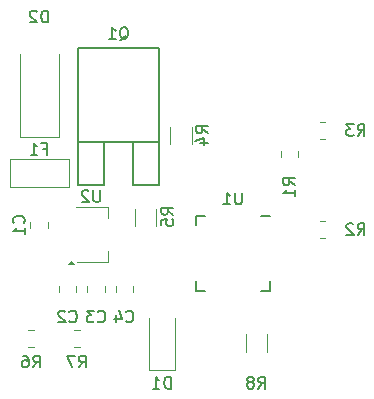
<source format=gbr>
%TF.GenerationSoftware,KiCad,Pcbnew,9.0.4-unknown*%
%TF.CreationDate,2025-11-20T15:33:37+01:00*%
%TF.ProjectId,KlimatizaceSamsung,4b6c696d-6174-4697-9a61-636553616d73,rev?*%
%TF.SameCoordinates,Original*%
%TF.FileFunction,Legend,Bot*%
%TF.FilePolarity,Positive*%
%FSLAX46Y46*%
G04 Gerber Fmt 4.6, Leading zero omitted, Abs format (unit mm)*
G04 Created by KiCad (PCBNEW 9.0.4-unknown) date 2025-11-20 15:33:37*
%MOMM*%
%LPD*%
G01*
G04 APERTURE LIST*
%ADD10C,0.150000*%
%ADD11C,0.120000*%
%ADD12C,0.200000*%
G04 APERTURE END LIST*
D10*
X116366666Y-74054819D02*
X116699999Y-73578628D01*
X116938094Y-74054819D02*
X116938094Y-73054819D01*
X116938094Y-73054819D02*
X116557142Y-73054819D01*
X116557142Y-73054819D02*
X116461904Y-73102438D01*
X116461904Y-73102438D02*
X116414285Y-73150057D01*
X116414285Y-73150057D02*
X116366666Y-73245295D01*
X116366666Y-73245295D02*
X116366666Y-73388152D01*
X116366666Y-73388152D02*
X116414285Y-73483390D01*
X116414285Y-73483390D02*
X116461904Y-73531009D01*
X116461904Y-73531009D02*
X116557142Y-73578628D01*
X116557142Y-73578628D02*
X116938094Y-73578628D01*
X116033332Y-73054819D02*
X115366666Y-73054819D01*
X115366666Y-73054819D02*
X115795237Y-74054819D01*
X118161904Y-59054819D02*
X118161904Y-59864342D01*
X118161904Y-59864342D02*
X118114285Y-59959580D01*
X118114285Y-59959580D02*
X118066666Y-60007200D01*
X118066666Y-60007200D02*
X117971428Y-60054819D01*
X117971428Y-60054819D02*
X117780952Y-60054819D01*
X117780952Y-60054819D02*
X117685714Y-60007200D01*
X117685714Y-60007200D02*
X117638095Y-59959580D01*
X117638095Y-59959580D02*
X117590476Y-59864342D01*
X117590476Y-59864342D02*
X117590476Y-59054819D01*
X117161904Y-59150057D02*
X117114285Y-59102438D01*
X117114285Y-59102438D02*
X117019047Y-59054819D01*
X117019047Y-59054819D02*
X116780952Y-59054819D01*
X116780952Y-59054819D02*
X116685714Y-59102438D01*
X116685714Y-59102438D02*
X116638095Y-59150057D01*
X116638095Y-59150057D02*
X116590476Y-59245295D01*
X116590476Y-59245295D02*
X116590476Y-59340533D01*
X116590476Y-59340533D02*
X116638095Y-59483390D01*
X116638095Y-59483390D02*
X117209523Y-60054819D01*
X117209523Y-60054819D02*
X116590476Y-60054819D01*
X131566666Y-75854819D02*
X131899999Y-75378628D01*
X132138094Y-75854819D02*
X132138094Y-74854819D01*
X132138094Y-74854819D02*
X131757142Y-74854819D01*
X131757142Y-74854819D02*
X131661904Y-74902438D01*
X131661904Y-74902438D02*
X131614285Y-74950057D01*
X131614285Y-74950057D02*
X131566666Y-75045295D01*
X131566666Y-75045295D02*
X131566666Y-75188152D01*
X131566666Y-75188152D02*
X131614285Y-75283390D01*
X131614285Y-75283390D02*
X131661904Y-75331009D01*
X131661904Y-75331009D02*
X131757142Y-75378628D01*
X131757142Y-75378628D02*
X132138094Y-75378628D01*
X130995237Y-75283390D02*
X131090475Y-75235771D01*
X131090475Y-75235771D02*
X131138094Y-75188152D01*
X131138094Y-75188152D02*
X131185713Y-75092914D01*
X131185713Y-75092914D02*
X131185713Y-75045295D01*
X131185713Y-75045295D02*
X131138094Y-74950057D01*
X131138094Y-74950057D02*
X131090475Y-74902438D01*
X131090475Y-74902438D02*
X130995237Y-74854819D01*
X130995237Y-74854819D02*
X130804761Y-74854819D01*
X130804761Y-74854819D02*
X130709523Y-74902438D01*
X130709523Y-74902438D02*
X130661904Y-74950057D01*
X130661904Y-74950057D02*
X130614285Y-75045295D01*
X130614285Y-75045295D02*
X130614285Y-75092914D01*
X130614285Y-75092914D02*
X130661904Y-75188152D01*
X130661904Y-75188152D02*
X130709523Y-75235771D01*
X130709523Y-75235771D02*
X130804761Y-75283390D01*
X130804761Y-75283390D02*
X130995237Y-75283390D01*
X130995237Y-75283390D02*
X131090475Y-75331009D01*
X131090475Y-75331009D02*
X131138094Y-75378628D01*
X131138094Y-75378628D02*
X131185713Y-75473866D01*
X131185713Y-75473866D02*
X131185713Y-75664342D01*
X131185713Y-75664342D02*
X131138094Y-75759580D01*
X131138094Y-75759580D02*
X131090475Y-75807200D01*
X131090475Y-75807200D02*
X130995237Y-75854819D01*
X130995237Y-75854819D02*
X130804761Y-75854819D01*
X130804761Y-75854819D02*
X130709523Y-75807200D01*
X130709523Y-75807200D02*
X130661904Y-75759580D01*
X130661904Y-75759580D02*
X130614285Y-75664342D01*
X130614285Y-75664342D02*
X130614285Y-75473866D01*
X130614285Y-75473866D02*
X130661904Y-75378628D01*
X130661904Y-75378628D02*
X130709523Y-75331009D01*
X130709523Y-75331009D02*
X130804761Y-75283390D01*
X115566666Y-70159580D02*
X115614285Y-70207200D01*
X115614285Y-70207200D02*
X115757142Y-70254819D01*
X115757142Y-70254819D02*
X115852380Y-70254819D01*
X115852380Y-70254819D02*
X115995237Y-70207200D01*
X115995237Y-70207200D02*
X116090475Y-70111961D01*
X116090475Y-70111961D02*
X116138094Y-70016723D01*
X116138094Y-70016723D02*
X116185713Y-69826247D01*
X116185713Y-69826247D02*
X116185713Y-69683390D01*
X116185713Y-69683390D02*
X116138094Y-69492914D01*
X116138094Y-69492914D02*
X116090475Y-69397676D01*
X116090475Y-69397676D02*
X115995237Y-69302438D01*
X115995237Y-69302438D02*
X115852380Y-69254819D01*
X115852380Y-69254819D02*
X115757142Y-69254819D01*
X115757142Y-69254819D02*
X115614285Y-69302438D01*
X115614285Y-69302438D02*
X115566666Y-69350057D01*
X115185713Y-69350057D02*
X115138094Y-69302438D01*
X115138094Y-69302438D02*
X115042856Y-69254819D01*
X115042856Y-69254819D02*
X114804761Y-69254819D01*
X114804761Y-69254819D02*
X114709523Y-69302438D01*
X114709523Y-69302438D02*
X114661904Y-69350057D01*
X114661904Y-69350057D02*
X114614285Y-69445295D01*
X114614285Y-69445295D02*
X114614285Y-69540533D01*
X114614285Y-69540533D02*
X114661904Y-69683390D01*
X114661904Y-69683390D02*
X115233332Y-70254819D01*
X115233332Y-70254819D02*
X114614285Y-70254819D01*
X113738094Y-44854819D02*
X113738094Y-43854819D01*
X113738094Y-43854819D02*
X113499999Y-43854819D01*
X113499999Y-43854819D02*
X113357142Y-43902438D01*
X113357142Y-43902438D02*
X113261904Y-43997676D01*
X113261904Y-43997676D02*
X113214285Y-44092914D01*
X113214285Y-44092914D02*
X113166666Y-44283390D01*
X113166666Y-44283390D02*
X113166666Y-44426247D01*
X113166666Y-44426247D02*
X113214285Y-44616723D01*
X113214285Y-44616723D02*
X113261904Y-44711961D01*
X113261904Y-44711961D02*
X113357142Y-44807200D01*
X113357142Y-44807200D02*
X113499999Y-44854819D01*
X113499999Y-44854819D02*
X113738094Y-44854819D01*
X112785713Y-43950057D02*
X112738094Y-43902438D01*
X112738094Y-43902438D02*
X112642856Y-43854819D01*
X112642856Y-43854819D02*
X112404761Y-43854819D01*
X112404761Y-43854819D02*
X112309523Y-43902438D01*
X112309523Y-43902438D02*
X112261904Y-43950057D01*
X112261904Y-43950057D02*
X112214285Y-44045295D01*
X112214285Y-44045295D02*
X112214285Y-44140533D01*
X112214285Y-44140533D02*
X112261904Y-44283390D01*
X112261904Y-44283390D02*
X112833332Y-44854819D01*
X112833332Y-44854819D02*
X112214285Y-44854819D01*
X139966666Y-62854819D02*
X140299999Y-62378628D01*
X140538094Y-62854819D02*
X140538094Y-61854819D01*
X140538094Y-61854819D02*
X140157142Y-61854819D01*
X140157142Y-61854819D02*
X140061904Y-61902438D01*
X140061904Y-61902438D02*
X140014285Y-61950057D01*
X140014285Y-61950057D02*
X139966666Y-62045295D01*
X139966666Y-62045295D02*
X139966666Y-62188152D01*
X139966666Y-62188152D02*
X140014285Y-62283390D01*
X140014285Y-62283390D02*
X140061904Y-62331009D01*
X140061904Y-62331009D02*
X140157142Y-62378628D01*
X140157142Y-62378628D02*
X140538094Y-62378628D01*
X139585713Y-61950057D02*
X139538094Y-61902438D01*
X139538094Y-61902438D02*
X139442856Y-61854819D01*
X139442856Y-61854819D02*
X139204761Y-61854819D01*
X139204761Y-61854819D02*
X139109523Y-61902438D01*
X139109523Y-61902438D02*
X139061904Y-61950057D01*
X139061904Y-61950057D02*
X139014285Y-62045295D01*
X139014285Y-62045295D02*
X139014285Y-62140533D01*
X139014285Y-62140533D02*
X139061904Y-62283390D01*
X139061904Y-62283390D02*
X139633332Y-62854819D01*
X139633332Y-62854819D02*
X139014285Y-62854819D01*
X113333333Y-55531009D02*
X113666666Y-55531009D01*
X113666666Y-56054819D02*
X113666666Y-55054819D01*
X113666666Y-55054819D02*
X113190476Y-55054819D01*
X112285714Y-56054819D02*
X112857142Y-56054819D01*
X112571428Y-56054819D02*
X112571428Y-55054819D01*
X112571428Y-55054819D02*
X112666666Y-55197676D01*
X112666666Y-55197676D02*
X112761904Y-55292914D01*
X112761904Y-55292914D02*
X112857142Y-55340533D01*
X117966666Y-70159580D02*
X118014285Y-70207200D01*
X118014285Y-70207200D02*
X118157142Y-70254819D01*
X118157142Y-70254819D02*
X118252380Y-70254819D01*
X118252380Y-70254819D02*
X118395237Y-70207200D01*
X118395237Y-70207200D02*
X118490475Y-70111961D01*
X118490475Y-70111961D02*
X118538094Y-70016723D01*
X118538094Y-70016723D02*
X118585713Y-69826247D01*
X118585713Y-69826247D02*
X118585713Y-69683390D01*
X118585713Y-69683390D02*
X118538094Y-69492914D01*
X118538094Y-69492914D02*
X118490475Y-69397676D01*
X118490475Y-69397676D02*
X118395237Y-69302438D01*
X118395237Y-69302438D02*
X118252380Y-69254819D01*
X118252380Y-69254819D02*
X118157142Y-69254819D01*
X118157142Y-69254819D02*
X118014285Y-69302438D01*
X118014285Y-69302438D02*
X117966666Y-69350057D01*
X117633332Y-69254819D02*
X117014285Y-69254819D01*
X117014285Y-69254819D02*
X117347618Y-69635771D01*
X117347618Y-69635771D02*
X117204761Y-69635771D01*
X117204761Y-69635771D02*
X117109523Y-69683390D01*
X117109523Y-69683390D02*
X117061904Y-69731009D01*
X117061904Y-69731009D02*
X117014285Y-69826247D01*
X117014285Y-69826247D02*
X117014285Y-70064342D01*
X117014285Y-70064342D02*
X117061904Y-70159580D01*
X117061904Y-70159580D02*
X117109523Y-70207200D01*
X117109523Y-70207200D02*
X117204761Y-70254819D01*
X117204761Y-70254819D02*
X117490475Y-70254819D01*
X117490475Y-70254819D02*
X117585713Y-70207200D01*
X117585713Y-70207200D02*
X117633332Y-70159580D01*
X112479166Y-74054819D02*
X112812499Y-73578628D01*
X113050594Y-74054819D02*
X113050594Y-73054819D01*
X113050594Y-73054819D02*
X112669642Y-73054819D01*
X112669642Y-73054819D02*
X112574404Y-73102438D01*
X112574404Y-73102438D02*
X112526785Y-73150057D01*
X112526785Y-73150057D02*
X112479166Y-73245295D01*
X112479166Y-73245295D02*
X112479166Y-73388152D01*
X112479166Y-73388152D02*
X112526785Y-73483390D01*
X112526785Y-73483390D02*
X112574404Y-73531009D01*
X112574404Y-73531009D02*
X112669642Y-73578628D01*
X112669642Y-73578628D02*
X113050594Y-73578628D01*
X111622023Y-73054819D02*
X111812499Y-73054819D01*
X111812499Y-73054819D02*
X111907737Y-73102438D01*
X111907737Y-73102438D02*
X111955356Y-73150057D01*
X111955356Y-73150057D02*
X112050594Y-73292914D01*
X112050594Y-73292914D02*
X112098213Y-73483390D01*
X112098213Y-73483390D02*
X112098213Y-73864342D01*
X112098213Y-73864342D02*
X112050594Y-73959580D01*
X112050594Y-73959580D02*
X112002975Y-74007200D01*
X112002975Y-74007200D02*
X111907737Y-74054819D01*
X111907737Y-74054819D02*
X111717261Y-74054819D01*
X111717261Y-74054819D02*
X111622023Y-74007200D01*
X111622023Y-74007200D02*
X111574404Y-73959580D01*
X111574404Y-73959580D02*
X111526785Y-73864342D01*
X111526785Y-73864342D02*
X111526785Y-73626247D01*
X111526785Y-73626247D02*
X111574404Y-73531009D01*
X111574404Y-73531009D02*
X111622023Y-73483390D01*
X111622023Y-73483390D02*
X111717261Y-73435771D01*
X111717261Y-73435771D02*
X111907737Y-73435771D01*
X111907737Y-73435771D02*
X112002975Y-73483390D01*
X112002975Y-73483390D02*
X112050594Y-73531009D01*
X112050594Y-73531009D02*
X112098213Y-73626247D01*
X124138094Y-75854819D02*
X124138094Y-74854819D01*
X124138094Y-74854819D02*
X123899999Y-74854819D01*
X123899999Y-74854819D02*
X123757142Y-74902438D01*
X123757142Y-74902438D02*
X123661904Y-74997676D01*
X123661904Y-74997676D02*
X123614285Y-75092914D01*
X123614285Y-75092914D02*
X123566666Y-75283390D01*
X123566666Y-75283390D02*
X123566666Y-75426247D01*
X123566666Y-75426247D02*
X123614285Y-75616723D01*
X123614285Y-75616723D02*
X123661904Y-75711961D01*
X123661904Y-75711961D02*
X123757142Y-75807200D01*
X123757142Y-75807200D02*
X123899999Y-75854819D01*
X123899999Y-75854819D02*
X124138094Y-75854819D01*
X122614285Y-75854819D02*
X123185713Y-75854819D01*
X122899999Y-75854819D02*
X122899999Y-74854819D01*
X122899999Y-74854819D02*
X122995237Y-74997676D01*
X122995237Y-74997676D02*
X123090475Y-75092914D01*
X123090475Y-75092914D02*
X123185713Y-75140533D01*
X120366666Y-70159580D02*
X120414285Y-70207200D01*
X120414285Y-70207200D02*
X120557142Y-70254819D01*
X120557142Y-70254819D02*
X120652380Y-70254819D01*
X120652380Y-70254819D02*
X120795237Y-70207200D01*
X120795237Y-70207200D02*
X120890475Y-70111961D01*
X120890475Y-70111961D02*
X120938094Y-70016723D01*
X120938094Y-70016723D02*
X120985713Y-69826247D01*
X120985713Y-69826247D02*
X120985713Y-69683390D01*
X120985713Y-69683390D02*
X120938094Y-69492914D01*
X120938094Y-69492914D02*
X120890475Y-69397676D01*
X120890475Y-69397676D02*
X120795237Y-69302438D01*
X120795237Y-69302438D02*
X120652380Y-69254819D01*
X120652380Y-69254819D02*
X120557142Y-69254819D01*
X120557142Y-69254819D02*
X120414285Y-69302438D01*
X120414285Y-69302438D02*
X120366666Y-69350057D01*
X119509523Y-69588152D02*
X119509523Y-70254819D01*
X119747618Y-69207200D02*
X119985713Y-69921485D01*
X119985713Y-69921485D02*
X119366666Y-69921485D01*
X130161904Y-59254819D02*
X130161904Y-60064342D01*
X130161904Y-60064342D02*
X130114285Y-60159580D01*
X130114285Y-60159580D02*
X130066666Y-60207200D01*
X130066666Y-60207200D02*
X129971428Y-60254819D01*
X129971428Y-60254819D02*
X129780952Y-60254819D01*
X129780952Y-60254819D02*
X129685714Y-60207200D01*
X129685714Y-60207200D02*
X129638095Y-60159580D01*
X129638095Y-60159580D02*
X129590476Y-60064342D01*
X129590476Y-60064342D02*
X129590476Y-59254819D01*
X128590476Y-60254819D02*
X129161904Y-60254819D01*
X128876190Y-60254819D02*
X128876190Y-59254819D01*
X128876190Y-59254819D02*
X128971428Y-59397676D01*
X128971428Y-59397676D02*
X129066666Y-59492914D01*
X129066666Y-59492914D02*
X129161904Y-59540533D01*
X111679580Y-61833333D02*
X111727200Y-61785714D01*
X111727200Y-61785714D02*
X111774819Y-61642857D01*
X111774819Y-61642857D02*
X111774819Y-61547619D01*
X111774819Y-61547619D02*
X111727200Y-61404762D01*
X111727200Y-61404762D02*
X111631961Y-61309524D01*
X111631961Y-61309524D02*
X111536723Y-61261905D01*
X111536723Y-61261905D02*
X111346247Y-61214286D01*
X111346247Y-61214286D02*
X111203390Y-61214286D01*
X111203390Y-61214286D02*
X111012914Y-61261905D01*
X111012914Y-61261905D02*
X110917676Y-61309524D01*
X110917676Y-61309524D02*
X110822438Y-61404762D01*
X110822438Y-61404762D02*
X110774819Y-61547619D01*
X110774819Y-61547619D02*
X110774819Y-61642857D01*
X110774819Y-61642857D02*
X110822438Y-61785714D01*
X110822438Y-61785714D02*
X110870057Y-61833333D01*
X111774819Y-62785714D02*
X111774819Y-62214286D01*
X111774819Y-62500000D02*
X110774819Y-62500000D01*
X110774819Y-62500000D02*
X110917676Y-62404762D01*
X110917676Y-62404762D02*
X111012914Y-62309524D01*
X111012914Y-62309524D02*
X111060533Y-62214286D01*
X127274819Y-54233333D02*
X126798628Y-53900000D01*
X127274819Y-53661905D02*
X126274819Y-53661905D01*
X126274819Y-53661905D02*
X126274819Y-54042857D01*
X126274819Y-54042857D02*
X126322438Y-54138095D01*
X126322438Y-54138095D02*
X126370057Y-54185714D01*
X126370057Y-54185714D02*
X126465295Y-54233333D01*
X126465295Y-54233333D02*
X126608152Y-54233333D01*
X126608152Y-54233333D02*
X126703390Y-54185714D01*
X126703390Y-54185714D02*
X126751009Y-54138095D01*
X126751009Y-54138095D02*
X126798628Y-54042857D01*
X126798628Y-54042857D02*
X126798628Y-53661905D01*
X126608152Y-55090476D02*
X127274819Y-55090476D01*
X126227200Y-54852381D02*
X126941485Y-54614286D01*
X126941485Y-54614286D02*
X126941485Y-55233333D01*
X124354819Y-61133333D02*
X123878628Y-60800000D01*
X124354819Y-60561905D02*
X123354819Y-60561905D01*
X123354819Y-60561905D02*
X123354819Y-60942857D01*
X123354819Y-60942857D02*
X123402438Y-61038095D01*
X123402438Y-61038095D02*
X123450057Y-61085714D01*
X123450057Y-61085714D02*
X123545295Y-61133333D01*
X123545295Y-61133333D02*
X123688152Y-61133333D01*
X123688152Y-61133333D02*
X123783390Y-61085714D01*
X123783390Y-61085714D02*
X123831009Y-61038095D01*
X123831009Y-61038095D02*
X123878628Y-60942857D01*
X123878628Y-60942857D02*
X123878628Y-60561905D01*
X123354819Y-62038095D02*
X123354819Y-61561905D01*
X123354819Y-61561905D02*
X123831009Y-61514286D01*
X123831009Y-61514286D02*
X123783390Y-61561905D01*
X123783390Y-61561905D02*
X123735771Y-61657143D01*
X123735771Y-61657143D02*
X123735771Y-61895238D01*
X123735771Y-61895238D02*
X123783390Y-61990476D01*
X123783390Y-61990476D02*
X123831009Y-62038095D01*
X123831009Y-62038095D02*
X123926247Y-62085714D01*
X123926247Y-62085714D02*
X124164342Y-62085714D01*
X124164342Y-62085714D02*
X124259580Y-62038095D01*
X124259580Y-62038095D02*
X124307200Y-61990476D01*
X124307200Y-61990476D02*
X124354819Y-61895238D01*
X124354819Y-61895238D02*
X124354819Y-61657143D01*
X124354819Y-61657143D02*
X124307200Y-61561905D01*
X124307200Y-61561905D02*
X124259580Y-61514286D01*
X134654819Y-58633333D02*
X134178628Y-58300000D01*
X134654819Y-58061905D02*
X133654819Y-58061905D01*
X133654819Y-58061905D02*
X133654819Y-58442857D01*
X133654819Y-58442857D02*
X133702438Y-58538095D01*
X133702438Y-58538095D02*
X133750057Y-58585714D01*
X133750057Y-58585714D02*
X133845295Y-58633333D01*
X133845295Y-58633333D02*
X133988152Y-58633333D01*
X133988152Y-58633333D02*
X134083390Y-58585714D01*
X134083390Y-58585714D02*
X134131009Y-58538095D01*
X134131009Y-58538095D02*
X134178628Y-58442857D01*
X134178628Y-58442857D02*
X134178628Y-58061905D01*
X134654819Y-59585714D02*
X134654819Y-59014286D01*
X134654819Y-59300000D02*
X133654819Y-59300000D01*
X133654819Y-59300000D02*
X133797676Y-59204762D01*
X133797676Y-59204762D02*
X133892914Y-59109524D01*
X133892914Y-59109524D02*
X133940533Y-59014286D01*
X119809238Y-46350057D02*
X119904476Y-46302438D01*
X119904476Y-46302438D02*
X119999714Y-46207200D01*
X119999714Y-46207200D02*
X120142571Y-46064342D01*
X120142571Y-46064342D02*
X120237809Y-46016723D01*
X120237809Y-46016723D02*
X120333047Y-46016723D01*
X120285428Y-46254819D02*
X120380666Y-46207200D01*
X120380666Y-46207200D02*
X120475904Y-46111961D01*
X120475904Y-46111961D02*
X120523523Y-45921485D01*
X120523523Y-45921485D02*
X120523523Y-45588152D01*
X120523523Y-45588152D02*
X120475904Y-45397676D01*
X120475904Y-45397676D02*
X120380666Y-45302438D01*
X120380666Y-45302438D02*
X120285428Y-45254819D01*
X120285428Y-45254819D02*
X120094952Y-45254819D01*
X120094952Y-45254819D02*
X119999714Y-45302438D01*
X119999714Y-45302438D02*
X119904476Y-45397676D01*
X119904476Y-45397676D02*
X119856857Y-45588152D01*
X119856857Y-45588152D02*
X119856857Y-45921485D01*
X119856857Y-45921485D02*
X119904476Y-46111961D01*
X119904476Y-46111961D02*
X119999714Y-46207200D01*
X119999714Y-46207200D02*
X120094952Y-46254819D01*
X120094952Y-46254819D02*
X120285428Y-46254819D01*
X118904476Y-46254819D02*
X119475904Y-46254819D01*
X119190190Y-46254819D02*
X119190190Y-45254819D01*
X119190190Y-45254819D02*
X119285428Y-45397676D01*
X119285428Y-45397676D02*
X119380666Y-45492914D01*
X119380666Y-45492914D02*
X119475904Y-45540533D01*
X139966666Y-54454819D02*
X140299999Y-53978628D01*
X140538094Y-54454819D02*
X140538094Y-53454819D01*
X140538094Y-53454819D02*
X140157142Y-53454819D01*
X140157142Y-53454819D02*
X140061904Y-53502438D01*
X140061904Y-53502438D02*
X140014285Y-53550057D01*
X140014285Y-53550057D02*
X139966666Y-53645295D01*
X139966666Y-53645295D02*
X139966666Y-53788152D01*
X139966666Y-53788152D02*
X140014285Y-53883390D01*
X140014285Y-53883390D02*
X140061904Y-53931009D01*
X140061904Y-53931009D02*
X140157142Y-53978628D01*
X140157142Y-53978628D02*
X140538094Y-53978628D01*
X139633332Y-53454819D02*
X139014285Y-53454819D01*
X139014285Y-53454819D02*
X139347618Y-53835771D01*
X139347618Y-53835771D02*
X139204761Y-53835771D01*
X139204761Y-53835771D02*
X139109523Y-53883390D01*
X139109523Y-53883390D02*
X139061904Y-53931009D01*
X139061904Y-53931009D02*
X139014285Y-54026247D01*
X139014285Y-54026247D02*
X139014285Y-54264342D01*
X139014285Y-54264342D02*
X139061904Y-54359580D01*
X139061904Y-54359580D02*
X139109523Y-54407200D01*
X139109523Y-54407200D02*
X139204761Y-54454819D01*
X139204761Y-54454819D02*
X139490475Y-54454819D01*
X139490475Y-54454819D02*
X139585713Y-54407200D01*
X139585713Y-54407200D02*
X139633332Y-54359580D01*
D11*
%TO.C,R7*%
X116427064Y-70865000D02*
X115972936Y-70865000D01*
X116427064Y-72335000D02*
X115972936Y-72335000D01*
%TO.C,U2*%
X116242500Y-65160000D02*
X118822500Y-65160000D01*
X118822500Y-60440000D02*
X116102500Y-60440000D01*
X118822500Y-61420000D02*
X118822500Y-60440000D01*
X118822500Y-64180000D02*
X118822500Y-65160000D01*
X115932500Y-65340000D02*
X115452500Y-65340000D01*
X115692500Y-65010000D01*
X115932500Y-65340000D01*
G36*
X115932500Y-65340000D02*
G01*
X115452500Y-65340000D01*
X115692500Y-65010000D01*
X115932500Y-65340000D01*
G37*
%TO.C,R8*%
X130490000Y-71272936D02*
X130490000Y-72727064D01*
X132310000Y-71272936D02*
X132310000Y-72727064D01*
%TO.C,C2*%
X114665000Y-67138748D02*
X114665000Y-67661252D01*
X116135000Y-67138748D02*
X116135000Y-67661252D01*
%TO.C,D2*%
X111350000Y-54510000D02*
X111350000Y-47500000D01*
X114650000Y-54510000D02*
X111350000Y-54510000D01*
X114650000Y-54510000D02*
X114650000Y-47500000D01*
%TO.C,R2*%
X136772936Y-61665000D02*
X137227064Y-61665000D01*
X136772936Y-63135000D02*
X137227064Y-63135000D01*
%TO.C,F1*%
X115500000Y-56400000D02*
X110500000Y-56400000D01*
X110500000Y-58800000D01*
X115500000Y-58800000D01*
X115500000Y-56400000D01*
%TO.C,C3*%
X117065000Y-67138748D02*
X117065000Y-67661252D01*
X118535000Y-67138748D02*
X118535000Y-67661252D01*
%TO.C,R6*%
X112085436Y-70865000D02*
X112539564Y-70865000D01*
X112085436Y-72335000D02*
X112539564Y-72335000D01*
%TO.C,D1*%
X122290000Y-74260000D02*
X122290000Y-69850000D01*
X124510000Y-69850000D02*
X124510000Y-74260000D01*
X124510000Y-74260000D02*
X122290000Y-74260000D01*
%TO.C,C4*%
X119465000Y-67188748D02*
X119465000Y-67711252D01*
X120935000Y-67188748D02*
X120935000Y-67711252D01*
D10*
%TO.C,U1*%
X126250000Y-61250000D02*
X126250000Y-62040000D01*
X126250000Y-61250000D02*
X127040000Y-61250000D01*
X126250000Y-67550000D02*
X126250000Y-66760000D01*
X126250000Y-67550000D02*
X127040000Y-67550000D01*
X132550000Y-61250000D02*
X131760000Y-61250000D01*
X132550000Y-67550000D02*
X131760000Y-67550000D01*
X132550000Y-67550000D02*
X132550000Y-66760000D01*
D11*
%TO.C,C1*%
X112265000Y-61738748D02*
X112265000Y-62261252D01*
X113735000Y-61738748D02*
X113735000Y-62261252D01*
%TO.C,R4*%
X124090000Y-55127064D02*
X124090000Y-53672936D01*
X125910000Y-55127064D02*
X125910000Y-53672936D01*
%TO.C,R5*%
X121090000Y-60610436D02*
X121090000Y-62064564D01*
X122910000Y-60610436D02*
X122910000Y-62064564D01*
%TO.C,R1*%
X133465000Y-56227064D02*
X133465000Y-55772936D01*
X134935000Y-56227064D02*
X134935000Y-55772936D01*
D12*
%TO.C,Q1*%
X116314000Y-47000000D02*
X116314000Y-55000000D01*
X116314000Y-55000000D02*
X123114000Y-55000000D01*
X116314000Y-58600000D02*
X116314000Y-55000000D01*
X118514000Y-55000000D02*
X118514000Y-58600000D01*
X118514000Y-58600000D02*
X116314000Y-58600000D01*
X120914000Y-58600000D02*
X120914000Y-55000000D01*
X123114000Y-47000000D02*
X116314000Y-47000000D01*
X123114000Y-55000000D02*
X123114000Y-47000000D01*
X123114000Y-55000000D02*
X123114000Y-58600000D01*
X123114000Y-58600000D02*
X120914000Y-58600000D01*
D11*
%TO.C,R3*%
X137227064Y-53265000D02*
X136772936Y-53265000D01*
X137227064Y-54735000D02*
X136772936Y-54735000D01*
%TD*%
M02*

</source>
